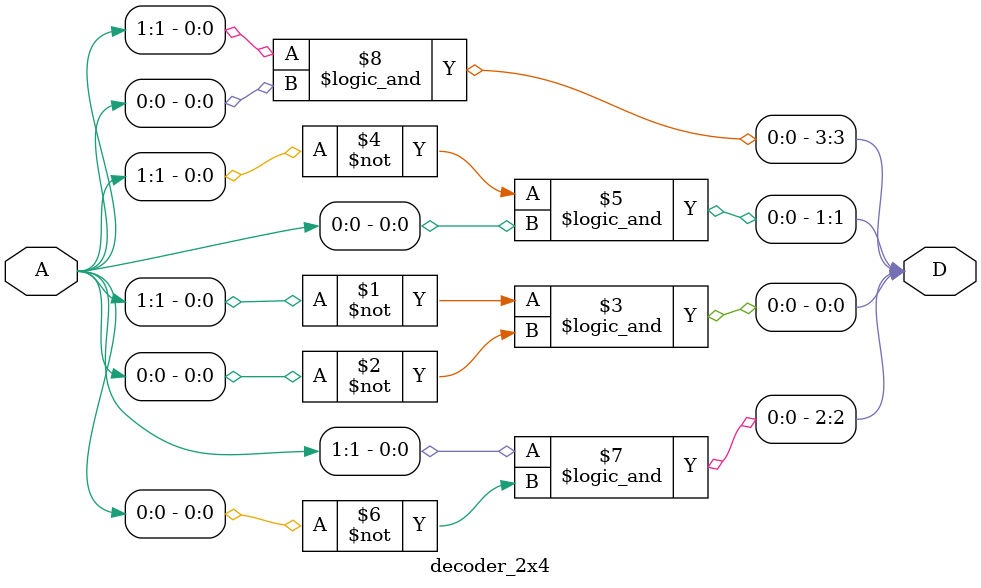
<source format=v>
module decoder_2x4(
    input[1:0] A,
    output[3:0] D
);
    // Your code here
    assign D[0] = (~A[1] && ~A[0]);
    assign D[1] = (~A[1] && A[0]);
    assign D[2] = (A[1] && ~A[0]); 
    assign D[3] = (A[1] && A[0]); 
endmodule
</source>
